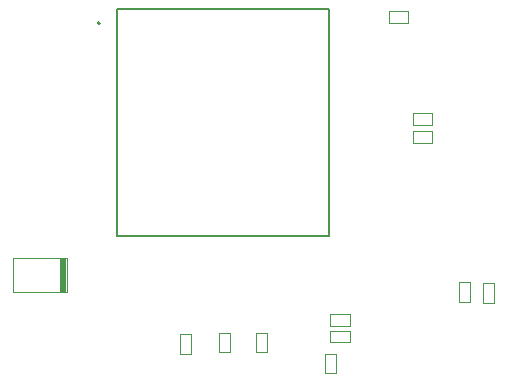
<source format=gbr>
G04*
G04 #@! TF.GenerationSoftware,Altium Limited,Altium Designer,24.4.1 (13)*
G04*
G04 Layer_Color=16711935*
%FSLAX44Y44*%
%MOMM*%
G71*
G04*
G04 #@! TF.SameCoordinates,35E0C0FB-C19D-4D04-833B-EC0655963EBE*
G04*
G04*
G04 #@! TF.FilePolarity,Positive*
G04*
G01*
G75*
%ADD10C,0.2000*%
%ADD14C,0.1270*%
%ADD63C,0.1000*%
%ADD64R,0.6187X2.9200*%
D10*
X125870Y625910D02*
G03*
X125870Y625910I-1000J0D01*
G01*
D14*
X139870Y637810D02*
X319870D01*
Y445810D02*
Y637810D01*
X139870Y445810D02*
X319870D01*
X139870D02*
Y637810D01*
D63*
X258140Y347350D02*
X267640D01*
X258140Y363850D02*
X267640D01*
X258140Y347350D02*
Y363850D01*
X267640Y347350D02*
Y363850D01*
X449910Y405760D02*
X459410D01*
X449910Y389260D02*
X459410D01*
Y405760D01*
X449910Y389260D02*
Y405760D01*
X429840Y389630D02*
X438840D01*
X429840Y406630D02*
X438840D01*
X429840Y389630D02*
Y406630D01*
X438840Y389630D02*
Y406630D01*
X407030Y524840D02*
Y534340D01*
X390530Y524840D02*
Y534340D01*
Y524840D02*
X407030D01*
X390530Y534340D02*
X407030D01*
X316560Y346070D02*
X326060D01*
X316560Y329570D02*
X326060D01*
Y346070D01*
X316560Y329570D02*
Y346070D01*
X193370Y346080D02*
X202870D01*
X193370Y362580D02*
X202870D01*
X193370Y346080D02*
Y362580D01*
X202870Y346080D02*
Y362580D01*
X226390Y347350D02*
X235890D01*
X226390Y363850D02*
X235890D01*
X226390Y347350D02*
Y363850D01*
X235890Y347350D02*
Y363850D01*
X407030Y540080D02*
Y549580D01*
X390530Y540080D02*
Y549580D01*
Y540080D02*
X407030D01*
X390530Y549580D02*
X407030D01*
X320680Y355930D02*
Y365430D01*
X337180Y355930D02*
Y365430D01*
X320680D02*
X337180D01*
X320680Y355930D02*
X337180D01*
X51930Y398150D02*
X97930D01*
X51930Y427350D02*
X97930D01*
Y398150D02*
Y427350D01*
X51930Y398150D02*
Y427350D01*
X370210Y626440D02*
Y635940D01*
X386710Y626440D02*
Y635940D01*
X370210D02*
X386710D01*
X370210Y626440D02*
X386710D01*
X320680Y369900D02*
Y379400D01*
X337180Y369900D02*
Y379400D01*
X320680D02*
X337180D01*
X320680Y369900D02*
X337180D01*
D64*
X94836Y412761D02*
D03*
M02*

</source>
